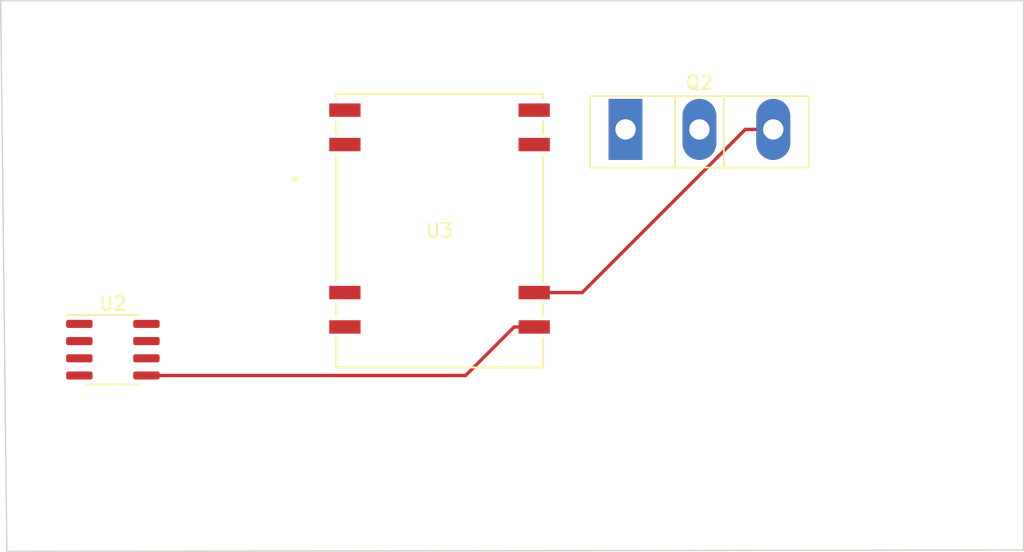
<source format=kicad_pcb>
(kicad_pcb (version 20231007) (generator pcbnew)
  (layers (0 "F.Cu" signal) (31 "B.Cu" signal) (34 "B.Paste" user) (35 "F.Paste" user) (36 "B.SilkS" user "B.Silkscreen") (37 "F.SilkS" user "F.Silkscreen") (38 "B.Mask" user) (39 "F.Mask" user) (44 "Edge.Cuts" user))
  (net 0 "")
  (net 1 "Net-(Q2-G)")
  (net 2 "Net-(Q2-S)")
  (net 4 "Net-(U2-Charge)")
  (net 7 "Net-(U2-Discharge)")
  (net 8 "Net-(U2-VCC2)")
  (net 9 "GND")
  (net 10 "Net-(U1-OUT)")
  (net 15 "Net-(C11-Pad2)")
  (net 16 "Net-(U3-+VIN)")
  (footprint "Package_TO_SOT_THT:TO-247-3_Vertical" (layer "F.Cu") (at 136.1804 86.9696)
    (property "Reference" "Q2" (at 5.45 -3.45 0) (layer "F.SilkS"))
    (property "Value" "C2M0080120D")
    (fp_line (start -2.62 -2.451) (end -2.62 2.82) (stroke (width 0.12)) (layer "F.SilkS"))
    (fp_line (start -2.62 -2.451) (end 13.52 -2.451) (stroke (width 0.12)) (layer "F.SilkS"))
    (fp_line (start -2.62 2.82) (end 13.52 2.82) (stroke (width 0.12)) (layer "F.SilkS"))
    (fp_line (start 3.646 -2.451) (end 3.646 2.82) (stroke (width 0.12)) (layer "F.SilkS"))
    (fp_line (start 7.255 -2.451) (end 7.255 2.82) (stroke (width 0.12)) (layer "F.SilkS"))
    (fp_line (start 13.52 -2.451) (end 13.52 2.82) (stroke (width 0.12)) (layer "F.SilkS"))
    (pad "1" thru_hole rect (at 0 0) (size 2.5 4.5) (drill 1.5) (layers "*.Cu" "*.Mask") (net 1 "Net-(Q2-G)"))
    (pad "2" thru_hole oval (at 5.45 0) (size 2.5 4.5) (drill 1.5) (layers "*.Cu" "*.Mask"))
    (pad "3" thru_hole oval (at 10.9 0) (size 2.5 4.5) (drill 1.5) (layers "*.Cu" "*.Mask") (net 2 "Net-(Q2-S)"))
  )
  (footprint "footprints:MGJ1_MUR" (layer "F.Cu") (at 122.4534 94.4367)
    (property "Reference" "U3" (at 0 0 0 unlocked) (layer "F.SilkS"))
    (property "Value" "MGJ1D121505MPC-R7")
    (fp_line (start -7.62 -10.0965) (end 7.62 -10.0965) (stroke (width 0.1524)) (layer "F.SilkS"))
    (fp_line (start -7.62 -9.71754) (end -7.62 -10.0965) (stroke (width 0.1524)) (layer "F.SilkS"))
    (fp_line (start -7.62 -7.17754) (end -7.62 -8.06146) (stroke (width 0.1524)) (layer "F.SilkS"))
    (fp_line (start -7.62 3.74446) (end -7.62 -5.52146) (stroke (width 0.1524)) (layer "F.SilkS"))
    (fp_line (start -7.62 6.28446) (end -7.62 5.40054) (stroke (width 0.1524)) (layer "F.SilkS"))
    (fp_line (start -7.62 10.0965) (end -7.62 7.94054) (stroke (width 0.1524)) (layer "F.SilkS"))
    (fp_line (start 7.62 -10.0965) (end 7.62 -9.71754) (stroke (width 0.1524)) (layer "F.SilkS"))
    (fp_line (start 7.62 -8.06146) (end 7.62 -7.17754) (stroke (width 0.1524)) (layer "F.SilkS"))
    (fp_line (start 7.62 -5.52146) (end 7.62 3.74446) (stroke (width 0.1524)) (layer "F.SilkS"))
    (fp_line (start 7.62 5.40054) (end 7.62 6.28446) (stroke (width 0.1524)) (layer "F.SilkS"))
    (fp_line (start 7.62 7.94054) (end 7.62 10.0965) (stroke (width 0.1524)) (layer "F.SilkS"))
    (fp_line (start 7.62 10.0965) (end -7.62 10.0965) (stroke (width 0.1524)) (layer "F.SilkS"))
    (fp_circle (center -10.668 -3.81) (end -10.541 -3.81) (stroke (width 0.1524)) (fill none) (layer "F.SilkS"))
    (pad "1" smd rect (at -6.985 -8.8895) (size 2.3114 0.9906) (layers "F.Cu" "F.Paste" "F.Mask"))
    (pad "2" smd rect (at -6.985 -6.3495) (size 2.3114 0.9906) (layers "F.Cu" "F.Paste" "F.Mask"))
    (pad "3" smd rect (at -6.985 4.5725) (size 2.3114 0.9906) (layers "F.Cu" "F.Paste" "F.Mask"))
    (pad "4" smd rect (at -6.985 7.1125) (size 2.3114 0.9906) (layers "F.Cu" "F.Paste" "F.Mask") (net 15 "Net-(C11-Pad2)"))
    (pad "5" smd rect (at 6.985 7.1125) (size 2.3114 0.9906) (layers "F.Cu" "F.Paste" "F.Mask") (net 8 "Net-(U2-VCC2)"))
    (pad "6" smd rect (at 6.985 4.5725) (size 2.3114 0.9906) (layers "F.Cu" "F.Paste" "F.Mask") (net 2 "Net-(Q2-S)"))
    (pad "7" smd rect (at 6.985 -6.3495) (size 2.3114 0.9906) (layers "F.Cu" "F.Paste" "F.Mask"))
    (pad "8" smd rect (at 6.985 -8.8895) (size 2.3114 0.9906) (layers "F.Cu" "F.Paste" "F.Mask") (net 16 "Net-(U3-+VIN)"))
  )
  (footprint "Package_SO:SOIC-8_3.9x4.9mm_P1.27mm" (layer "F.Cu") (at 98.3488 103.2256)
    (property "Reference" "U2" (at 0 -3.4 0) (layer "F.SilkS"))
    (property "Value" "1EDI60I12AF")
    (fp_line (start 0 -2.56) (end -3.45 -2.56) (stroke (width 0.12)) (layer "F.SilkS"))
    (fp_line (start 0 -2.56) (end 1.95 -2.56) (stroke (width 0.12)) (layer "F.SilkS"))
    (fp_line (start 0 2.56) (end -1.95 2.56) (stroke (width 0.12)) (layer "F.SilkS"))
    (fp_line (start 0 2.56) (end 1.95 2.56) (stroke (width 0.12)) (layer "F.SilkS"))
    (pad "1" smd roundrect (at -2.475 -1.905) (size 1.95 0.6) (layers "F.Cu" "F.Paste" "F.Mask") (net 10 "Net-(U1-OUT)"))
    (pad "2" smd roundrect (at -2.475 -0.635) (size 1.95 0.6) (layers "F.Cu" "F.Paste" "F.Mask"))
    (pad "3" smd roundrect (at -2.475 0.635) (size 1.95 0.6) (layers "F.Cu" "F.Paste" "F.Mask"))
    (pad "4" smd roundrect (at -2.475 1.905) (size 1.95 0.6) (layers "F.Cu" "F.Paste" "F.Mask") (net 9 "GND"))
    (pad "5" smd roundrect (at 2.475 1.905) (size 1.95 0.6) (layers "F.Cu" "F.Paste" "F.Mask") (net 8 "Net-(U2-VCC2)"))
    (pad "6" smd roundrect (at 2.475 0.635) (size 1.95 0.6) (layers "F.Cu" "F.Paste" "F.Mask") (net 4 "Net-(U2-Charge)"))
    (pad "7" smd roundrect (at 2.475 -0.635) (size 1.95 0.6) (layers "F.Cu" "F.Paste" "F.Mask") (net 7 "Net-(U2-Discharge)"))
    (pad "8" smd roundrect (at 2.475 -1.905) (size 1.95 0.6) (layers "F.Cu" "F.Paste" "F.Mask"))
  )
  (gr_line (start 90.5256 118.11) (end 90.0684 77.47) (stroke (width 0.1)) (layer "Edge.Cuts"))
  (gr_line (start 165.5572 118.0084) (end 90.5256 118.11) (stroke (width 0.1)) (layer "Edge.Cuts"))
  (gr_line (start 90.0684 77.47) (end 165.5572 77.47) (stroke (width 0.1)) (layer "Edge.Cuts"))
  (gr_line (start 165.5572 77.47) (end 165.5572 118.0084) (stroke (width 0.1)) (layer "Edge.Cuts"))
  (segment (start 145.0216 86.9696) (end 145.504 86.9696) (width 0.25) (layer "F.Cu") (net 2))
  (segment (start 132.982 99.0092) (end 129.4384 99.0092) (width 0.25) (layer "F.Cu") (net 2))
  (segment (start 147.08 86.9696) (end 147.0804 86.9696) (width 0.25) (layer "F.Cu") (net 2))
  (segment (start 132.982 99.0092) (end 145.0216 86.9696) (width 0.25) (layer "F.Cu") (net 2))
  (segment (start 147.08 86.9696) (end 145.504 86.9696) (width 0.25) (layer "F.Cu") (net 2))
  (segment (start 129.4384 99.0092) (end 129.438 99.0092) (width 0.25) (layer "F.Cu") (net 2))
  (segment (start 100.8238 105.1306) (end 100.824 105.1308) (width 0.25) (layer "F.Cu") (net 8))
  (segment (start 124.375 105.131) (end 100.824 105.131) (width 0.25) (layer "F.Cu") (net 8))
  (segment (start 129.438 101.549) (end 127.956 101.549) (width 0.25) (layer "F.Cu") (net 8))
  (segment (start 100.824 105.1308) (end 100.824 105.131) (width 0.25) (layer "F.Cu") (net 8))
  (segment (start 127.956 101.549) (end 124.375 105.131) (width 0.25) (layer "F.Cu") (net 8))
  (segment (start 129.438 101.549) (end 129.4382 101.549) (width 0.25) (layer "F.Cu") (net 8))
  (segment (start 129.4382 101.549) (end 129.4384 101.5492) (width 0.25) (layer "F.Cu") (net 8))
)
</source>
